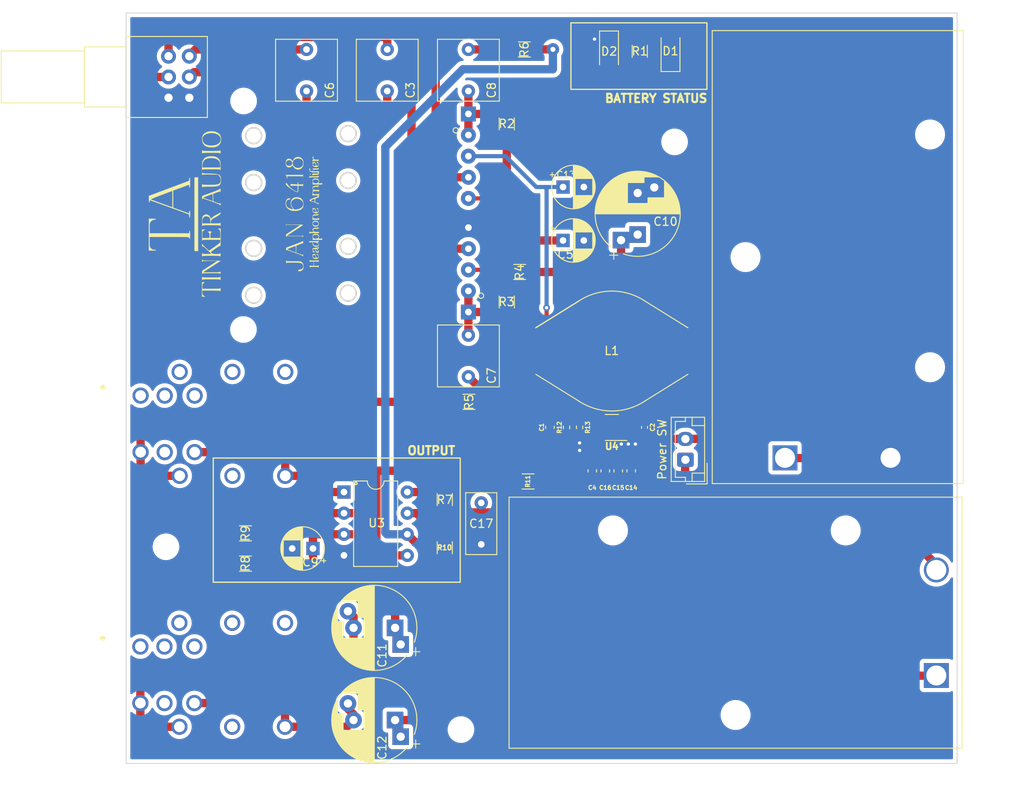
<source format=kicad_pcb>
(kicad_pcb (version 20211014) (generator pcbnew)
  (layers (0 "F.Cu" signal) (31 "B.Cu" signal) (34 "B.Paste" user) (35 "F.Paste" user) (36 "B.SilkS" user "B.Silkscreen") (37 "F.SilkS" user "F.Silkscreen") (38 "B.Mask" user) (39 "F.Mask" user) (44 "Edge.Cuts" user))
  (net 0 "")
  (net 1 "Net-(BT1-Pad1)")
  (net 2 "GND")
  (net 3 "Net-(BT1-Pad2)")
  (net 4 "Net-(C7-Pad1)")
  (net 5 "Net-(C8-Pad1)")
  (net 6 "+18V")
  (net 7 "/T_PWR")
  (net 8 "/PWR")
  (net 9 "/L_IN")
  (net 10 "/R_IN")
  (net 11 "/R_OUT")
  (net 12 "/L_OUT")
  (net 13 "/L_POT")
  (net 14 "/R_POT")
  (net 15 "/R_OPOUT")
  (net 16 "/L_OPOUT")
  (net 17 "/R_TOUT")
  (net 18 "/L_TOUT")
  (net 19 "/R_OPIN")
  (net 20 "/L_OPIN")
  (net 21 "/L_TIN")
  (net 22 "/R_TIN")
  (net 23 "Net-(D1-Pad2)")
  (net 24 "/PWR-")
  (net 25 "Net-(D2-Pad2)")
  (net 26 "+2.5V")
  (net 27 "Net-(C2-Pad1)")
  (net 28 "Net-(C2-Pad2)")
  (net 29 "Net-(R12-Pad2)")
  (net 30 "Net-(U1-Pad5)")
  (footprint "Battery:BatteryHolder_Eagle_12BH611-GR" (layer "F.Cu") (at 256.067904 124.572371)
    (fp_text reference "BT1" hide)
    (fp_text value "9v")
    (pad "" np_thru_hole circle locked (at -10.9 -17.45) (size 2.6 2.6) (drill 2.6) (layers *.Cu *.Mask))
    (pad "" np_thru_hole circle locked (at -38.9 -17.45) (size 2.6 2.6) (drill 2.6) (layers *.Cu *.Mask))
    (pad "" np_thru_hole circle locked (at -24.15 4.75) (size 2.6 2.6) (drill 2.6) (layers *.Cu *.Mask))
    (pad "1" thru_hole rect locked (at 0 0) (size 3 3) (drill 2.4) (layers *.Cu *.Mask) (net 1 "Net-(BT1-Pad1)"))
    (pad "2" thru_hole circle locked (at 0 -12.7) (size 3 3) (drill 2.4) (layers *.Cu *.Mask) (net 3 "Net-(BT1-Pad2)"))
  )
  (footprint "Resistor_SMD:R_1206_3216Metric_Pad1.30x1.75mm_HandSolder" (layer "F.Cu") (at 204.39 79.64 90)
    (fp_text reference "R3" (at 0.01 -0.025332 180) (layer "F.SilkS"))
    (fp_text value "180K")
    (pad "1" smd roundrect locked (at -1.55 0 90) (size 1.3 1.75) (layers "F.Cu" "F.Paste" "F.Mask") (roundrect_rratio 0.192308) (net 17 "/R_TOUT"))
    (pad "2" smd roundrect locked (at 1.55 0 90) (size 1.3 1.75) (layers "F.Cu" "F.Paste" "F.Mask") (roundrect_rratio 0.192308) (net 7 "/T_PWR"))
  )
  (footprint "Custom Library:ACJSMHD985" (layer "F.Cu") (at 160.34 90.90267 180)
    (fp_text reference "J1" hide)
    (fp_text value "Audio In" hide)
    (pad "R" thru_hole circle (at -11.05 -9.65 270) (size 1.95 1.95) (drill 1.3) (layers *.Cu *.Mask))
    (pad "R" thru_hole circle (at -11.05 2.85 180) (size 1.95 1.95) (drill 1.3) (layers *.Cu *.Mask))
    (pad "R" thru_hole circle (at -2.9 -6.8 180) (size 1.95 1.95) (drill 1.3) (layers *.Cu *.Mask))
    (pad "R" thru_hole circle (at -2.9 0 180) (size 1.95 1.95) (drill 1.3) (layers *.Cu *.Mask))
    (pad "S" thru_hole circle (at -4.7 2.85 180) (size 1.95 1.95) (drill 1.3) (layers *.Cu *.Mask) (net 10 "/R_IN"))
    (pad "S" thru_hole circle (at 0 0 180) (size 1.95 1.95) (drill 1.3) (layers *.Cu *.Mask) (net 10 "/R_IN"))
    (pad "S" thru_hole circle (at -4.7 -9.65 180) (size 1.95 1.95) (drill 1.3) (layers *.Cu *.Mask) (net 10 "/R_IN"))
    (pad "S" thru_hole circle (at 0 -6.8 180) (size 1.95 1.95) (drill 1.3) (layers *.Cu *.Mask) (net 10 "/R_IN"))
    (pad "T" thru_hole circle (at -6.5 0 180) (size 1.95 1.95) (drill 1.3) (layers *.Cu *.Mask) (net 9 "/L_IN"))
    (pad "T" thru_hole circle (at -6.5 -6.8 180) (size 1.95 1.95) (drill 1.3) (layers *.Cu *.Mask) (net 9 "/L_IN"))
    (pad "T" thru_hole circle (at -17.4 -9.65 180) (size 1.95 1.95) (drill 1.3) (layers *.Cu *.Mask) (net 9 "/L_IN"))
    (pad "T" thru_hole circle (at -17.4 2.85 180) (size 1.95 1.95) (drill 1.3) (layers *.Cu *.Mask) (net 9 "/L_IN"))
  )
  (footprint "Capacitor_SMD:C_0603_1608Metric_Pad1.08x0.95mm_HandSolder" (layer "F.Cu") (at 217.8 99.96 90)
    (fp_text reference "C15" (at -2.019562 0) (layer "F.SilkS") (effects (font (size 0.5 0.5) (thickness 0.125))))
    (fp_text value "1uf")
    (pad "1" smd roundrect locked (at -0.8625 0 90) (size 1.075 0.95) (layers "F.Cu" "F.Paste" "F.Mask") (net 6 "+18V"))
    (pad "2" smd roundrect locked (at 0.8625 0 90) (size 1.075 0.95) (layers "F.Cu" "F.Paste" "F.Mask") (net 2 "GND"))
  )
  (footprint "Resistor_SMD:R_1206_3216Metric_Pad1.30x1.75mm_HandSolder" (layer "F.Cu") (at 206.96 101.230332 180)
    (fp_text reference "R11" (at 0.04 0.01 90) (layer "F.SilkS") (effects (font (size 0.5 0.5) (thickness 0.125))))
    (fp_text value "10R")
    (pad "1" smd roundrect locked (at -1.55 0 180) (size 1.3 1.75) (layers "F.Cu" "F.Paste" "F.Mask") (roundrect_rratio 0.192308) (net 6 "+18V"))
    (pad "2" smd roundrect locked (at 1.55 0 180) (size 1.3 1.75) (layers "F.Cu" "F.Paste" "F.Mask") (roundrect_rratio 0.192308) (net 8 "/PWR"))
  )
  (footprint "MountingHole:MountingHole_2.2mm_M2" (layer "F.Cu") (at 163.39 109.09)
    (fp_text reference "REF**" hide)
    (fp_text value "MountingHole_2.2mm_M2")
    (pad "" np_thru_hole circle locked (at 0 0) (size 2.2 2.2) (drill 2.2) (layers *.Cu *.Mask))
  )
  (footprint "Capacitor_THT:CP_Radial_D5.0mm_P2.50mm" (layer "F.Cu") (at 211.161167 65.81)
    (fp_text reference "C13" (at 0.36782 -1.47) (layer "F.SilkS") (effects (font (size 0.8 0.8) (thickness 0.125))))
    (fp_text value "10uf")
    (pad "1" thru_hole rect locked (at 0 0) (size 1.6 1.6) (drill 0.8) (layers *.Cu *.Mask) (net 26 "+2.5V"))
    (pad "2" thru_hole circle locked (at 2.5 0) (size 1.6 1.6) (drill 0.8) (layers *.Cu *.Mask) (net 2 "GND"))
  )
  (footprint "Custom Library:Tinker LOGO 2mm" (layer "F.Cu") (at 165.68 69.05 90)
    (fp_text reference "G***" hide)
    (fp_text value "LOGO" hide)
  )
  (footprint "Capacitor_SMD:C_0603_1608Metric_Pad1.08x0.95mm_HandSolder" (layer "F.Cu") (at 209.583119 94.72 90)
    (fp_text reference "C1" (at 0.01 -0.993119 90) (layer "F.SilkS") (effects (font (size 0.5 0.5) (thickness 0.125))))
    (fp_text value "22uF")
    (pad "1" smd roundrect locked (at -0.8625 0 90) (size 1.075 0.95) (layers "F.Cu" "F.Paste" "F.Mask") (net 2 "GND"))
    (pad "2" smd roundrect locked (at 0.8625 0 90) (size 1.075 0.95) (layers "F.Cu" "F.Paste" "F.Mask") (net 26 "+2.5V"))
  )
  (footprint "Package_DIP:DIP-8_W7.62mm" (layer "F.Cu") (at 184.805 102.505)
    (fp_text reference "U3" (at 3.935 3.725) (layer "F.SilkS"))
    (fp_text value "OPA2134")
    (pad "1" thru_hole rect locked (at 0 0) (size 1.6 1.6) (drill 0.8) (layers *.Cu *.Mask) (net 15 "/R_OPOUT"))
    (pad "2" thru_hole oval locked (at 0 2.54) (size 1.6 1.6) (drill 0.8) (layers *.Cu *.Mask) (net 19 "/R_OPIN"))
    (pad "3" thru_hole oval locked (at 0 5.08) (size 1.6 1.6) (drill 0.8) (layers *.Cu *.Mask) (net 24 "/PWR-"))
    (pad "4" thru_hole oval locked (at 0 7.62) (size 1.6 1.6) (drill 0.8) (layers *.Cu *.Mask) (net 2 "GND"))
    (pad "5" thru_hole oval locked (at 7.62 7.62) (size 1.6 1.6) (drill 0.8) (layers *.Cu *.Mask) (net 24 "/PWR-"))
    (pad "6" thru_hole oval locked (at 7.62 5.08) (size 1.6 1.6) (drill 0.8) (layers *.Cu *.Mask) (net 20 "/L_OPIN"))
    (pad "7" thru_hole oval locked (at 7.62 2.54) (size 1.6 1.6) (drill 0.8) (layers *.Cu *.Mask) (net 16 "/L_OPOUT"))
    (pad "8" thru_hole oval locked (at 7.62 0) (size 1.6 1.6) (drill 0.8) (layers *.Cu *.Mask) (net 8 "/PWR"))
  )
  (footprint "Valve:Valve_Mini_Pentode_Linear" (layer "F.Cu") (at 199.775112 80.85 90)
    (fp_text reference "U2" hide)
    (fp_text value "JAN6418")
    (pad "1" thru_hole rect (at 0 0 90) (size 1.8 1.8) (drill 0.8) (layers *.Cu *.Mask) (net 17 "/R_TOUT"))
    (pad "2" thru_hole circle (at 2.54 0 90) (size 1.8 1.8) (drill 0.8) (layers *.Cu *.Mask) (net 17 "/R_TOUT"))
    (pad "3" thru_hole circle (at 5.08 0 90) (size 1.8 1.8) (drill 0.8) (layers *.Cu *.Mask) (net 30 "Net-(U1-Pad5)"))
    (pad "4" thru_hole circle (at 7.62 0 90) (size 1.8 1.8) (drill 0.8) (layers *.Cu *.Mask) (net 22 "/R_TIN"))
    (pad "5" thru_hole circle (at 10.16 0 90) (size 1.8 1.8) (drill 0.8) (layers *.Cu *.Mask) (net 2 "GND"))
  )
  (footprint "Capacitor_THT:CP_Radial_D5.0mm_P2.50mm" (layer "F.Cu") (at 211.161167 72.24)
    (fp_text reference "C5" (at 0.295112 1.68 180) (layer "F.SilkS"))
    (fp_text value "10uf")
    (pad "1" thru_hole rect locked (at 0 0) (size 1.6 1.6) (drill 0.8) (layers *.Cu *.Mask) (net 7 "/T_PWR"))
    (pad "2" thru_hole circle locked (at 2.5 0) (size 1.6 1.6) (drill 0.8) (layers *.Cu *.Mask) (net 2 "GND"))
  )
  (footprint "Potentiometer_THT:Potentiometer_Alps_RK097_Dual_Horizontal" (layer "F.Cu") (at 163.7 50.07 180)
    (fp_text reference "RV1" hide)
    (fp_text value "R_T")
    (pad "1" thru_hole circle locked (at 0 0 180) (size 1.8 1.8) (drill 1) (layers *.Cu *.Mask) (net 13 "/L_POT"))
    (pad "2" thru_hole circle locked (at 0 -2.5 180) (size 1.8 1.8) (drill 1) (layers *.Cu *.Mask) (net 21 "/L_TIN"))
    (pad "3" thru_hole circle locked (at 0 -5 180) (size 1.8 1.8) (drill 1) (layers *.Cu *.Mask) (net 2 "GND"))
    (pad "4" thru_hole circle locked (at -2.5 0 180) (size 1.8 1.8) (drill 1) (layers *.Cu *.Mask) (net 14 "/R_POT"))
    (pad "5" thru_hole circle locked (at -2.5 -2.5 180) (size 1.8 1.8) (drill 1) (layers *.Cu *.Mask) (net 22 "/R_TIN"))
    (pad "6" thru_hole circle locked (at -2.5 -5 180) (size 1.8 1.8) (drill 1) (layers *.Cu *.Mask) (net 2 "GND"))
  )
  (footprint "Custom Library:Jan 6418 Silk" (layer "F.Cu") (at 179.44 68.883764 90)
    (fp_text reference "G***" hide)
    (fp_text value "LOGO" hide)
  )
  (footprint "Capacitor_THT:CP_Radial_D10.0mm_P5.00mm_P7.50mm" (layer "F.Cu") (at 220.137362 71.530591 90)
    (fp_text reference "C10" (at 1.562677 3.35 180) (layer "F.SilkS"))
    (fp_text value "220uf")
    (pad "1" thru_hole rect locked (at 0 0 90) (size 2 2) (drill 1) (layers *.Cu *.Mask) (net 8 "/PWR"))
    (pad "1" thru_hole rect locked (at -0.672144 -2 90) (size 2 2) (drill 1) (layers *.Cu *.Mask) (net 8 "/PWR"))
    (pad "2" thru_hole circle locked (at 5.672144 2 90) (size 2 2) (drill 1) (layers *.Cu *.Mask) (net 2 "GND"))
    (pad "2" thru_hole circle locked (at 5 0 90) (size 2 2) (drill 1) (layers *.Cu *.Mask) (net 2 "GND"))
  )
  (footprint "Resistor_SMD:R_1206_3216Metric_Pad1.30x1.75mm_HandSolder" (layer "F.Cu") (at 196.932449 109.205 90)
    (fp_text reference "R10" (at 0.015 -0.025018 180) (layer "F.SilkS") (effects (font (size 0.6 0.6))))
    (fp_text value "1M")
    (pad "1" smd roundrect locked (at -1.55 0 90) (size 1.3 1.75) (layers "F.Cu" "F.Paste" "F.Mask") (roundrect_rratio 0.192308) (net 20 "/L_OPIN"))
    (pad "2" smd roundrect locked (at 1.55 0 90) (size 1.3 1.75) (layers "F.Cu" "F.Paste" "F.Mask") (roundrect_rratio 0.192308) (net 16 "/L_OPOUT"))
  )
  (footprint "Capacitor_SMD:C_0603_1608Metric_Pad1.08x0.95mm_HandSolder" (layer "F.Cu") (at 219.360198 99.96 90)
    (fp_text reference "C14" (at -2.019562 0) (layer "F.SilkS") (effects (font (size 0.5 0.5) (thickness 0.125))))
    (fp_text value "1uf")
    (pad "1" smd roundrect locked (at -0.8625 0 90) (size 1.075 0.95) (layers "F.Cu" "F.Paste" "F.Mask") (net 6 "+18V"))
    (pad "2" smd roundrect locked (at 0.8625 0 90) (size 1.075 0.95) (layers "F.Cu" "F.Paste" "F.Mask") (net 2 "GND"))
  )
  (footprint "Capacitor_THT:CP_Radial_D10.0mm_P5.00mm_P7.50mm" (layer "F.Cu") (at 190.955545 129.938024 180)
    (fp_text reference "C12" (at 1.555545 -3.321976 270) (layer "F.SilkS"))
    (fp_text value "220uF")
    (pad "1" thru_hole rect locked (at -0.672144 -2 180) (size 2 2) (drill 1) (layers *.Cu *.Mask) (net 16 "/L_OPOUT"))
    (pad "1" thru_hole rect locked (at 0 0 180) (size 2 2) (drill 1) (layers *.Cu *.Mask) (net 16 "/L_OPOUT"))
    (pad "2" thru_hole circle locked (at 5.672144 2 180) (size 2 2) (drill 1) (layers *.Cu *.Mask) (net 12 "/L_OUT"))
    (pad "2" thru_hole circle locked (at 5 0 180) (size 2 2) (drill 1) (layers *.Cu *.Mask) (net 12 "/L_OUT"))
  )
  (footprint "Capacitor_THT:CP_Radial_D10.0mm_P5.00mm_P7.50mm" (layer "F.Cu") (at 190.955545 118.841976 180)
    (fp_text reference "C11" (at 1.555545 -3.321976 90) (layer "F.SilkS"))
    (fp_text value "220uF")
    (pad "1" thru_hole rect locked (at 0 0 180) (size 2 2) (drill 1) (layers *.Cu *.Mask) (net 15 "/R_OPOUT"))
    (pad "1" thru_hole rect locked (at -0.672144 -2 180) (size 2 2) (drill 1) (layers *.Cu *.Mask) (net 15 "/R_OPOUT"))
    (pad "2" thru_hole circle locked (at 5 0 180) (size 2 2) (drill 1) (layers *.Cu *.Mask) (net 11 "/R_OUT"))
    (pad "2" thru_hole circle locked (at 5.672144 2 180) (size 2 2) (drill 1) (layers *.Cu *.Mask) (net 11 "/R_OUT"))
  )
  (footprint "Custom Library:IND_MSS1210-153MEB" (layer "F.Cu") (at 217.03 85.54 90)
    (fp_text reference "REF**" hide)
    (fp_text value "IND_MSS1210-153MEB")
    (pad "1" smd rect (at 0 -4.75 90) (size 5.5 3) (layers "F.Cu" "F.Paste" "F.Mask") (net 26 "+2.5V"))
    (pad "2" smd rect (at 0 4.75 90) (size 5.5 3) (layers "F.Cu" "F.Paste" "F.Mask") (net 27 "Net-(C2-Pad1)"))
  )
  (footprint "MountingHole:MountingHole_2.2mm_M2" (layer "F.Cu") (at 224.58 60.38)
    (fp_text reference "REF**" hide)
    (fp_text value "MountingHole_2.2mm_M2")
    (pad "" np_thru_hole circle locked (at 0 0) (size 2.2 2.2) (drill 2.2) (layers *.Cu *.Mask))
  )
  (footprint "Resistor_SMD:R_1206_3216Metric_Pad1.30x1.75mm_HandSolder" (layer "F.Cu") (at 204.39 58.21 -90)
    (fp_text reference "R2" (at -0.01 0.010012 180) (layer "F.SilkS"))
    (fp_text value "180K")
    (pad "1" smd roundrect locked (at -1.55 0 270) (size 1.3 1.75) (layers "F.Cu" "F.Paste" "F.Mask") (roundrect_rratio 0.192308) (net 18 "/L_TOUT"))
    (pad "2" smd roundrect locked (at 1.55 0 270) (size 1.3 1.75) (layers "F.Cu" "F.Paste" "F.Mask") (roundrect_rratio 0.192308) (net 7 "/T_PWR"))
  )
  (footprint "MountingHole:MountingHole_2.2mm_M2" (layer "F.Cu") (at 172.71 82.95)
    (fp_text reference "REF**" hide)
    (fp_text value "MountingHole_2.2mm_M2")
    (pad "" np_thru_hole circle locked (at 0 0) (size 2.2 2.2) (drill 2.2) (layers *.Cu *.Mask))
  )
  (footprint "Capacitor_THT:CP_Radial_D5.0mm_P2.50mm" (layer "F.Cu") (at 181.075113 109.296335 180)
    (fp_text reference "C9" (at 0.305113 -1.643665) (layer "F.SilkS"))
    (fp_text value "10uf")
    (pad "1" thru_hole rect locked (at 0 0 180) (size 1.6 1.6) (drill 0.8) (layers *.Cu *.Mask) (net 24 "/PWR-"))
    (pad "2" thru_hole circle locked (at 2.5 0 180) (size 1.6 1.6) (drill 0.8) (layers *.Cu *.Mask) (net 2 "GND"))
  )
  (footprint "LED_SMD:LED_1206_3216Metric_Pad1.42x1.75mm_HandSolder" (layer "F.Cu") (at 216.69 49.5025 -90)
    (fp_text reference "D2" (at -0.0125 -0.011543 180) (layer "F.SilkS"))
    (fp_text value "LED")
    (pad "1" smd roundrect locked (at -1.4875 0 270) (size 1.425 1.75) (layers "F.Cu" "F.Paste" "F.Mask") (roundrect_rratio 0.175439) (net 2 "GND"))
    (pad "2" smd roundrect locked (at 1.4875 0 270) (size 1.425 1.75) (layers "F.Cu" "F.Paste" "F.Mask") (roundrect_rratio 0.175439) (net 25 "Net-(D2-Pad2)"))
  )
  (footprint "Diode_SMD:D_1206_3216Metric_Pad1.42x1.75mm_HandSolder" (layer "F.Cu") (at 224.09 49.4575 90)
    (fp_text reference "D1" (at 0.0075 0 180) (layer "F.SilkS"))
    (fp_text value "18v")
    (pad "1" smd roundrect locked (at -1.4875 0 90) (size 1.425 1.75) (layers "F.Cu" "F.Paste" "F.Mask") (roundrect_rratio 0.175439) (net 6 "+18V"))
    (pad "2" smd roundrect locked (at 1.4875 0 90) (size 1.425 1.75) (layers "F.Cu" "F.Paste" "F.Mask") (roundrect_rratio 0.175439) (net 23 "Net-(D1-Pad2)"))
  )
  (footprint "Resistor_SMD:R_1206_3216Metric_Pad1.30x1.75mm_HandSolder" (layer "F.Cu") (at 199.84 91.65 180)
    (fp_text reference "R5" (at -0.015112 -0.051579 90) (layer "F.SilkS"))
    (fp_text value "1M")
    (pad "1" smd roundrect locked (at -1.55 0 180) (size 1.3 1.75) (layers "F.Cu" "F.Paste" "F.Mask") (roundrect_rratio 0.192308) (net 4 "Net-(C7-Pad1)"))
    (pad "2" smd roundrect locked (at 1.55 0 180) (size 1.3 1.75) (layers "F.Cu" "F.Paste" "F.Mask") (roundrect_rratio 0.192308) (net 19 "/R_OPIN"))
  )
  (footprint "Resistor_SMD:R_1206_3216Metric_Pad1.30x1.75mm_HandSolder" (layer "F.Cu") (at 172.96 107.476335 180)
    (fp_text reference "R9" (at 0 -0.003389 90) (layer "F.SilkS"))
    (fp_text value "1M")
    (pad "1" smd roundrect locked (at -1.55 0 180) (size 1.3 1.75) (layers "F.Cu" "F.Paste" "F.Mask") (roundrect_rratio 0.192308) (net 19 "/R_OPIN"))
    (pad "2" smd roundrect locked (at 1.55 0 180) (size 1.3 1.75) (layers "F.Cu" "F.Paste" "F.Mask") (roundrect_rratio 0.192308) (net 15 "/R_OPOUT"))
  )
  (footprint "Resistor_SMD:R_1206_3216Metric_Pad1.30x1.75mm_HandSolder" (layer "F.Cu") (at 206.505112 49.26)
    (fp_text reference "R6" (at -0.005112 0.02 90) (layer "F.SilkS"))
    (fp_text value "1M")
    (pad "1" smd roundrect locked (at -1.55 0) (size 1.3 1.75) (layers "F.Cu" "F.Paste" "F.Mask") (roundrect_rratio 0.192308) (net 5 "Net-(C8-Pad1)"))
    (pad "2" smd roundrect locked (at 1.55 0) (size 1.3 1.75) (layers "F.Cu" "F.Paste" "F.Mask") (roundrect_rratio 0.192308) (net 20 "/L_OPIN"))
  )
  (footprint "Capacitor_SMD:C_0402_1005Metric_Pad0.74x0.62mm_HandSolder" (layer "F.Cu") (at 220.964485 94.726129 -90)
    (fp_text reference "C2" (at -0.01 -0.965515 -270) (layer "F.SilkS") (effects (font (size 0.5 0.5) (thickness 0.125))))
    (fp_text value "100nF")
    (pad "1" smd roundrect locked (at -0.5675 0 270) (size 0.735 0.62) (layers "F.Cu" "F.Paste" "F.Mask") (net 27 "Net-(C2-Pad1)"))
    (pad "2" smd roundrect locked (at 0.5675 0 270) (size 0.735 0.62) (layers "F.Cu" "F.Paste" "F.Mask") (net 28 "Net-(C2-Pad2)"))
  )
  (footprint "Resistor_SMD:R_1206_3216Metric_Pad1.30x1.75mm_HandSolder" (layer "F.Cu") (at 220.39 49.48 90)
    (fp_text reference "R1" (at 0.01 0 180) (layer "F.SilkS"))
    (fp_text value "1M")
    (pad "1" smd roundrect locked (at -1.55 0 90) (size 1.3 1.75) (layers "F.Cu" "F.Paste" "F.Mask") (roundrect_rratio 0.192308) (net 25 "Net-(D2-Pad2)"))
    (pad "2" smd roundrect locked (at 1.55 0 90) (size 1.3 1.75) (layers "F.Cu" "F.Paste" "F.Mask") (roundrect_rratio 0.192308) (net 23 "Net-(D1-Pad2)"))
  )
  (footprint "Inductor_SMD:L_Bourns_SDR1806" (layer "F.Cu") (at 217.03 85.54)
    (fp_text reference "L1" (at -0.01 -0.03) (layer "F.SilkS"))
    (fp_text value "22uH")
    (pad "1" smd rect locked (at -7.85 0) (size 3 2.9) (layers "F.Cu" "F.Paste" "F.Mask") (net 26 "+2.5V"))
    (pad "2" smd rect locked (at 7.85 0 180) (size 3 2.9) (layers "F.Cu" "F.Paste" "F.Mask") (net 27 "Net-(C2-Pad1)"))
  )
  (footprint "MountingHole:MountingHole_2.2mm_M2" (layer "F.Cu") (at 172.73 55.46)
    (fp_text reference "REF**" hide)
    (fp_text value "MountingHole_2.2mm_M2")
    (pad "" np_thru_hole circle locked (at 0 0) (size 2.2 2.2) (drill 2.2) (layers *.Cu *.Mask))
  )
  (footprint "Capacitor_THT:C_Rect_L7.2mm_W3.5mm_P5.00mm_FKS2_FKP2_MKS2_MKP2" (layer "F.Cu") (at 201.32 108.805 90)
    (fp_text reference "C17" (at 2.5 -0.000699 180) (layer "F.SilkS"))
    (fp_text value "0.1uF")
    (pad "1" thru_hole circle locked (at 0 0 90) (size 1.6 1.6) (drill 0.8) (layers *.Cu *.Mask) (net 2 "GND"))
    (pad "2" thru_hole circle locked (at 5 0 90) (size 1.6 1.6) (drill 0.8) (layers *.Cu *.Mask) (net 8 "/PWR"))
  )
  (footprint "Package_TO_SOT_SMD:SOT-23-6" (layer "F.Cu") (at 217.03 94.736129 180)
    (fp_text reference "U4" (at 0 -2.27) (layer "F.SilkS") (effects (font (size 0.8 0.8) (thickness 0.2))))
    (fp_text value "LMR16006YQ")
    (pad "1" smd roundrect locked (at -1.1375 -0.95 180) (size 1.325 0.6) (layers "F.Cu" "F.Paste" "F.Mask") (net 2 "GND"))
    (pad "2" smd roundrect locked (at -1.1375 0 180) (size 1.325 0.6) (layers "F.Cu" "F.Paste" "F.Mask") (net 27 "Net-(C2-Pad1)"))
    (pad "3" smd roundrect locked (at -1.1375 0.95 180) (size 1.325 0.6) (layers "F.Cu" "F.Paste" "F.Mask") (net 6 "+18V"))
    (pad "4" smd roundrect locked (at 1.1375 0.95 180) (size 1.325 0.6) (layers "F.Cu" "F.Paste" "F.Mask") (net 29 "Net-(R12-Pad2)"))
    (pad "5" smd roundrect locked (at 1.1375 0 180) (size 1.325 0.6) (layers "F.Cu" "F.Paste" "F.Mask") (net 6 "+18V"))
    (pad "6" smd roundrect locked (at 1.1375 -0.95 180) (size 1.325 0.6) (layers "F.Cu" "F.Paste" "F.Mask") (net 28 "Net-(C2-Pad2)"))
  )
  (footprint "Resistor_SMD:R_0402_1005Metric_Pad0.72x0.64mm_HandSolder" (layer "F.Cu") (at 213.15215 94.726129 -90)
    (fp_text reference "R13" (at 0.01 -0.974338 90) (layer "F.SilkS") (effects (font (size 0.5 0.5) (thickness 0.125))))
    (fp_text value "22.1K")
    (pad "1" smd roundrect locked (at -0.5975 0 270) (size 0.715 0.64) (layers "F.Cu" "F.Paste" "F.Mask") (net 29 "Net-(R12-Pad2)"))
    (pad "2" smd roundrect locked (at 0.5975 0 270) (size 0.715 0.64) (layers "F.Cu" "F.Paste" "F.Mask") (net 2 "GND"))
  )
  (footprint "Valve:Valve_Mini_Pentode_Linear" (layer "F.Cu") (at 199.775112 57.017741 -90)
    (fp_text reference "U1" hide)
    (fp_text value "JAN6418")
    (pad "1" thru_hole rect (at 0 0 270) (size 1.8 1.8) (drill 0.8) (layers *.Cu *.Mask) (net 18 "/L_TOUT"))
    (pad "2" thru_hole circle (at 2.54 0 270) (size 1.8 1.8) (drill 0.8) (layers *.Cu *.Mask) (net 18 "/L_TOUT"))
    (pad "3" thru_hole circle (at 5.08 0 270) (size 1.8 1.8) (drill 0.8) (layers *.Cu *.Mask) (net 26 "+2.5V"))
    (pad "4" thru_hole circle (at 7.62 0 270) (size 1.8 1.8) (drill 0.8) (layers *.Cu *.Mask) (net 21 "/L_TIN"))
    (pad "5" thru_hole circle (at 10.16 0 270) (size 1.8 1.8) (drill 0.8) (layers *.Cu *.Mask) (net 30 "Net-(U1-Pad5)"))
  )
  (footprint "Resistor_SMD:R_0402_1005Metric_Pad0.72x0.64mm_HandSolder" (layer "F.Cu") (at 211.58215 94.726129 90)
    (fp_text reference "R12" (at -0.01 -0.859462 90) (layer "F.SilkS") (effects (font (size 0.5 0.5) (thickness 0.125))))
    (fp_text value "69.8K")
    (pad "1" smd roundrect locked (at -0.5975 0 90) (size 0.715 0.64) (layers "F.Cu" "F.Paste" "F.Mask") (net 26 "+2.5V"))
    (pad "2" smd roundrect locked (at 0.5975 0 90) (size 0.715 0.64) (layers "F.Cu" "F.Paste" "F.Mask") (net 29 "Net-(R12-Pad2)"))
  )
  (footprint "Connector_JST:JST_EH_B2B-EH-A_1x02_P2.50mm_Vertical" (layer "F.Cu") (at 225.88 98.62 90)
    (fp_text reference "Power SW" (at 1.25 -2.8 90) (layer "F.SilkS"))
    (fp_text value "ON")
    (pad "1" thru_hole roundrect locked (at 0 0 90) (size 1.7 2) (drill 1) (layers *.Cu *.Mask) (roundrect_rratio 0.147059) (net 1 "Net-(BT1-Pad1)"))
    (pad "2" thru_hole oval locked (at 2.5 0 90) (size 1.7 2) (drill 1) (layers *.Cu *.Mask) (net 6 "+18V"))
  )
  (footprint "Resistor_SMD:R_1206_3216Metric_Pad1.30x1.75mm_HandSolder" (layer "F.Cu") (at 205.95 76.03 180)
    (fp_text reference "R4" (at 0.01 -0.025332 90) (layer "F.SilkS"))
    (fp_text value "6K8")
    (pad "1" smd roundrect locked (at -1.55 0 180) (size 1.3 1.75) (layers "F.Cu" "F.Paste" "F.Mask") (roundrect_rratio 0.192308) (net 8 "/PWR"))
    (pad "2" smd roundrect locked (at 1.55 0 180) (size 1.3 1.75) (layers "F.Cu" "F.Paste" "F.Mask") (roundrect_rratio 0.192308) (net 7 "/T_PWR"))
  )
  (footprint "Capacitor_SMD:C_0603_1608Metric_Pad1.08x0.95mm_HandSolder" (layer "F.Cu") (at 216.239803 99.96 90)
    (fp_text reference "C16" (at -2.019562 0.01) (layer "F.SilkS") (effects (font (size 0.5 0.5) (thickness 0.125))))
    (fp_text value "1uf")
    (pad "1" smd roundrect locked (at -0.8625 0 90) (size 1.075 0.95) (layers "F.Cu" "F.Paste" "F.Mask") (net 6 "+18V"))
    (pad "2" smd roundrect locked (at 0.8625 0 90) (size 1.075 0.95) (layers "F.Cu" "F.Paste" "F.Mask") (net 2 "GND"))
  )
  (footprint "Capacitor_THT:C_Rect_L7.2mm_W7.2mm_P5.00mm_FKS2_FKP2_MKS2_MKP2" (layer "F.Cu") (at 199.775112 49.259315 -90)
    (fp_text reference "C8" (at 4.900685 -2.784888 90) (layer "F.SilkS"))
    (fp_text value "0.1uF")
    (pad "1" thru_hole circle locked (at 0 0 270) (size 1.6 1.6) (drill 0.8) (layers *.Cu *.Mask) (net 5 "Net-(C8-Pad1)"))
    (pad "2" thru_hole circle locked (at 5 0 270) (size 1.6 1.6) (drill 0.8) (layers *.Cu *.Mask) (net 18 "/L_TOUT"))
  )
  (footprint "Capacitor_THT:C_Rect_L7.2mm_W7.2mm_P5.00mm_FKS2_FKP2_MKS2_MKP2" (layer "F.Cu") (at 199.775112 88.630454 90)
    (fp_text reference "C7" (at 0.130454 2.784888 90) (layer "F.SilkS"))
    (fp_text value "0.1uF")
    (pad "1" thru_hole circle locked (at 0 0 90) (size 1.6 1.6) (drill 0.8) (layers *.Cu *.Mask) (net 4 "Net-(C7-Pad1)"))
    (pad "2" thru_hole circle locked (at 5 0 90) (size 1.6 1.6) (drill 0.8) (layers *.Cu *.Mask) (net 17 "/R_TOUT"))
  )
  (footprint "Resistor_SMD:R_1206_3216Metric_Pad1.30x1.75mm_HandSolder" (layer "F.Cu") (at 196.932449 103.405 -90)
    (fp_text reference "R7" (at 0.025 -0.002913 180) (layer "F.SilkS"))
    (fp_text value "1M")
    (pad "1" smd roundrect locked (at -1.55 0 270) (size 1.3 1.75) (layers "F.Cu" "F.Paste" "F.Mask") (roundrect_rratio 0.192308) (net 24 "/PWR-"))
    (pad "2" smd roundrect locked (at 1.55 0 270) (size 1.3 1.75) (layers "F.Cu" "F.Paste" "F.Mask") (roundrect_rratio 0.192308) (net 8 "/PWR"))
  )
  (footprint "Capacitor_SMD:C_0603_1608Metric_Pad1.08x0.95mm_HandSolder" (layer "F.Cu") (at 214.679606 99.96 90)
    (fp_text reference "C4" (at -2.019562 0) (layer "F.SilkS") (effects (font (size 0.5 0.5) (thickness 0.125))))
    (fp_text value "100nf")
    (pad "1" smd roundrect locked (at -0.8625 0 90) (size 1.075 0.95) (layers "F.Cu" "F.Paste" "F.Mask") (net 6 "+18V"))
    (pad "2" smd roundrect locked (at 0.8625 0 90) (size 1.075 0.95) (layers "F.Cu" "F.Paste" "F.Mask") (net 2 "GND"))
  )
  (footprint "MountingHole:MountingHole_2.2mm_M2" (layer "F.Cu") (at 198.88 131.08)
    (fp_text reference "REF**" hide)
    (fp_text value "MountingHole_2.2mm_M2")
    (pad "" np_thru_hole circle locked (at 0 0) (size 2.2 2.2) (drill 2.2) (layers *.Cu *.Mask))
  )
  (footprint "Custom Library:ACJSMHD985" (layer "F.Cu") (at 160.31 121.09 180)
    (fp_text reference "J2" hide)
    (fp_text value "Audio Out" hide)
    (pad "R" thru_hole circle locked (at -2.9 -6.8 180) (size 1.95 1.95) (drill 1.3) (layers *.Cu *.Mask))
    (pad "R" thru_hole circle locked (at -2.9 0 180) (size 1.95 1.95) (drill 1.3) (layers *.Cu *.Mask))
    (pad "R" thru_hole circle locked (at -11.05 -9.65 270) (size 1.95 1.95) (drill 1.3) (layers *.Cu *.Mask))
    (pad "R" thru_hole circle locked (at -11.05 2.85 180) (size 1.95 1.95) (drill 1.3) (layers *.Cu *.Mask))
    (pad "S" thru_hole circle locked (at -4.7 -9.65 180) (size 1.95 1.95) (drill 1.3) (layers *.Cu *.Mask) (net 11 "/R_OUT"))
    (pad "S" thru_hole circle locked (at 0 -6.8 180) (size 1.95 1.95) (drill 1.3) (layers *.Cu *.Mask) (net 11 "/R_OUT"))
    (pad "S" thru_hole circle locked (at 0 0 180) (size 1.95 1.95) (drill 1.3) (layers *.Cu *.Mask) (net 11 "/R_OUT"))
    (pad "S" thru_hole circle locked (at -4.7 2.85 180) (size 1.95 1.95) (drill 1.3) (layers *.Cu *.Mask) (net 11 "/R_OUT"))
    (pad "T" thru_hole circle locked (at -6.5 0 180) (size 1.95 1.95) (drill 1.3) (layers *.Cu *.Mask) (net 12 "/L_OUT"))
    (pad "T" thru_hole circle locked (at -17.4 2.85 180) (size 1.95 1.95) (drill 1.3) (layers *.Cu *.Mask) (net 12 "/L_OUT"))
    (pad "T" thru_hole circle locked (at -6.5 -6.8 180) (size 1.95 1.95) (drill 1.3) (layers *.Cu *.Mask) (net 12 "/L_OUT"))
    (pad "T" thru_hole circle locked (at -17.4 -9.65 180) (size 1.95 1.95) (drill 1.3) (layers *.Cu *.Mask) (net 12 "/L_OUT"))
  )
  (footprint "Capacitor_THT:C_Rect_L7.2mm_W7.2mm_P5.00mm_FKS2_FKP2_MKS2_MKP2" (layer "F.Cu") (at 180.3 49.259315 -90)
    (fp_text reference "C6" (at 4.900685 -2.784888 90) (layer "F.SilkS"))
    (fp_text value "0.1uF")
    (pad "1" thru_hole circle locked (at 0 0 270) (size 1.6 1.6) (drill 0.8) (layers *.Cu *.Mask) (net 14 "/R_POT"))
    (pad "2" thru_hole circle locked (at 5 0 270) (size 1.6 1.6) (drill 0.8) (layers *.Cu *.Mask) (net 10 "/R_IN"))
  )
  (footprint "Battery:BatteryHolder_Eagle_12BH611-GR" (layer "F.Cu") (at 237.861456 98.39 -90)
    (fp_text reference "BT2" hide)
    (fp_text value "9v")
    (pad "" np_thru_hole circle locked (at -38.9 -17.45 270) (size 2.6 2.6) (drill 2.6) (layers *.Cu *.Mask))
    (pad "" np_thru_hole circle locked (at -24.15 4.75 270) (size 2.6 2.6) (drill 2.6) (layers *.Cu *.Mask))
    (pad "" np_thru_hole circle locked (at -10.9 -17.45 270) (size 2.6 2.6) (drill 2.6) (layers *.Cu *.Mask))
    (pad "1" thru_hole rect locked (at 0 0 270) (size 3 3) (drill 2.4) (layers *.Cu *.Mask) (net 3 "Net-(BT1-Pad2)"))
    (pad "2" thru_hole circle locked (at 0 -12.7 270) (size 3 3) (drill 2.4) (layers *.Cu *.Mask) (net 2 "GND"))
  )
  (footprint "Resistor_SMD:R_1206_3216Metric_Pad1.30x1.75mm_HandSolder" (layer "F.Cu") (at 172.96 111.116335 180)
    (fp_text reference "R8" (at 0 -0.003389 90) (layer "F.SilkS"))
    (fp_text value "1M")
    (pad "1" smd roundrect locked (at -1.55 0 180) (size 1.3 1.75) (layers "F.Cu" "F.Paste" "F.Mask") (roundrect_rratio 0.192308) (net 24 "/PWR-"))
    (pad "2" smd roundrect locked (at 1.55 0 180) (size 1.3 1.75) (layers "F.Cu" "F.Paste" "F.Mask") (roundrect_rratio 0.192308) (net 2 "GND"))
  )
  (footprint "Capacitor_THT:C_Rect_L7.2mm_W7.2mm_P5.00mm_FKS2_FKP2_MKS2_MKP2" (layer "F.Cu") (at 190.01 49.259315 -90)
    (fp_text reference "C3" (at 4.900685 -2.784888 90) (layer "F.SilkS"))
    (fp_text value "0.1uF")
    (pad "1" thru_hole circle locked (at 0 0 270) (size 1.6 1.6) (drill 0.8) (layers *.Cu *.Mask) (net 13 "/L_POT"))
    (pad "2" thru_hole circle locked (at 5 0 270) (size 1.6 1.6) (drill 0.8) (layers *.Cu *.Mask) (net 9 "/L_IN"))
  )
  (gr_circle (center 186.247889 101.46) (end 186.307889 101.5) (layer "F.SilkS") (width 0.15) (fill none))
  (gr_rect (start 198.79 113.35) (end 169.08 98.41) (layer "F.SilkS") (width 0.15) (fill none))
  (gr_rect (start 212.11 46.06) (end 228.47 54.06) (layer "F.SilkS") (width 0.15) (fill none))
  (gr_circle (center 185.314123 65.02) (end 186.27 65.02) (layer "Edge.Cuts") (width 0.2) (fill none))
  (gr_circle (center 173.944123 59.63) (end 174.9 59.63) (layer "Edge.Cuts") (width 0.2) (fill none))
  (gr_circle (center 185.314123 72.94) (end 186.27 72.94) (layer "Edge.Cuts") (width 0.2) (fill none))
  (gr_circle (center 173.944123 65.27) (end 174.9 65.27) (layer "Edge.Cuts") (width 0.2) (fill none))
  (gr_circle (center 185.314123 59.38) (end 186.27 59.38) (layer "Edge.Cuts") (width 0.2) (fill none))
  (gr_circle (center 173.944123 78.83) (end 174.9 78.83) (layer "Edge.Cuts") (width 0.2) (fill none))
  (gr_circle (center 185.314123 78.58) (end 186.27 78.58) (layer "Edge.Cuts") (width 0.2) (fill none))
  (gr_rect (start 258.57 135.15) (end 158.6 44.87) (layer "Edge.Cuts") (width 0.1) (fill none))
  (gr_circle (center 173.944123 73.19) (end 174.9 73.19) (layer "Edge.Cuts") (width 0.2) (fill none))
  (gr_text "BATTERY STATUS\n" (at 222.36 55.14) (layer "F.SilkS") (effects (font (size 1 1) (thickness 0.25))))
  (gr_text "OUTPUT" (at 195.31 97.52) (layer "F.SilkS") (effects (font (size 1 1) (thickness 0.25))))
  (segment (start 256.71 124.6) (end 226.27 124.6) (width 1) (layer "F.Cu") (net 1))
  (segment (start 225.85 124.18) (end 225.85 98.79) (width 1) (layer "F.Cu") (net 1))
  (segment (start 226.27 124.6) (end 225.85 124.18) (width 1) (layer "F.Cu") (net 1))
  (segment (start 218.168175 96.729129) (end 218.997 96.729129) (width 0.5) (layer "F.Cu") (net 2))
  (segment (start 214.679606 99.0975) (end 214.571765 99.0975) (width 0.5) (layer "F.Cu") (net 2))
  (segment (start 171.41 109.51) (end 171.623665 109.296335) (width 1) (layer "F.Cu") (net 2))
  (segment (start 171.41 111.116335) (end 171.41 109.51) (width 1) (layer "F.Cu") (net 2))
  (segment (start 171.623665 109.296335) (end 178.575113 109.296335) (width 1) (layer "F.Cu") (net 2))
  (segment (start 211.498469 97.49785) (end 213.15215 97.49785) (width 0.5) (layer "F.Cu") (net 2))
  (segment (start 218.1675 96.728454) (end 218.168175 96.729129) (width 0.5) (layer "F.Cu") (net 2))
  (segment (start 214.571765 99.0975) (end 213.15215 97.677885) (width 0.5) (layer "F.Cu") (net 2))
  (segment (start 213.15215 95.323629) (end 213.15215 96.59785) (width 0.5) (layer "F.Cu") (net 2))
  (segment (start 213.15215 96.59785) (end 213.15215 97.49785) (width 0.5) (layer "F.Cu") (net 2))
  (segment (start 219.360198 99.0975) (end 214.679606 99.0975) (width 0.5) (layer "F.Cu") (net 2))
  (segment (start 216.69 48.015) (end 214.945 48.015) (width 0.5) (layer "F.Cu") (net 2))
  (segment (start 218.997 96.729129) (end 219.867 96.729129) (width 0.5) (layer "F.Cu") (net 2))
  (segment (start 218.1675 95.686129) (end 218.1675 96.728454) (width 0.5) (layer "F.Cu") (net 2))
  (segment (start 209.583119 95.5825) (end 211.498469 97.49785) (width 0.5) (layer "F.Cu") (net 2))
  (segment (start 213.15215 97.49785) (end 213.15215 97.677885) (width 0.5) (layer "F.Cu") (net 2))
  (via (at 219.867 96.729129) (size 0.8) (drill 0.4) (layers "F.Cu" "B.Cu") (net 2))
  (via (at 213.15215 96.59785) (size 0.8) (drill 0.4) (layers "F.Cu" "B.Cu") (net 2))
  (via (at 218.168175 96.729129) (size 0.8) (drill 0.4) (layers "F.Cu" "B.Cu") (net 2))
  (via (at 214.945 48.015) (size 0.8) (drill 0.4) (layers "F.Cu" "B.Cu") (net 2))
  (via (at 213.15215 97.49785) (size 0.8) (drill 0.4) (layers "F.Cu" "B.Cu") (net 2))
  (via (at 219.017587 96.729129) (size 0.8) (drill 0.4) (layers "F.Cu" "B.Cu") (net 2))
  (segment (start 243.227629 98.417629) (end 256.71 111.9) (width 1) (layer "F.Cu") (net 3))
  (segment (start 238.503552 98.417629) (end 243.227629 98.417629) (width 1) (layer "F.Cu") (net 3))
  (segment (start 201.39 90.245342) (end 199.775112 88.630454) (width 1) (layer "F.Cu") (net 4))
  (segment (start 201.39 91.65) (end 201.39 90.245342) (width 1) (layer "F.Cu") (net 4))
  (segment (start 204.954427 49.259315) (end 199.775112 49.259315) (width 1) (layer "F.Cu") (net 5))
  (segment (start 204.955112 49.26) (end 204.954427 49.259315) (width 1) (layer "F.Cu") (net 5))
  (segment (start 225.83 96.106031) (end 228.806031 96.106031) (width 1) (layer "F.Cu") (net 6))
  (segment (start 224.183969 96.106031) (end 225.83 96.106031) (width 1) (layer "F.Cu") (net 6))
  (segment (start 228.806031 80.753969) (end 228.806031 51.086031) (width 1) (layer "F.Cu") (net 6))
  (segment (start 218.1675 93.786129) (end 218.1675 81.4375) (width 0.5) (layer "F.Cu") (net 6))
  (segment (start 216.657151 94.736129) (end 215.8925 94.736129) (width 0.5) (layer "F.Cu") (net 6))
  (segment (start 223.67 100.77) (end 223.67 96.62) (width 1) (layer "F.Cu") (net 6))
  (segment (start 223.67 96.62) (end 224.183969 96.106031) (width 1) (layer "F.Cu") (net 6))
  (segment (start 218.16 81.43) (end 218.836031 80.753969) (width 0.5) (layer "F.Cu") (net 6))
  (segment (start 218.836031 80.753969) (end 228.806031 80.753969) (width 0.5) (layer "F.Cu") (net 6))
  (segment (start 228.806031 96.106031) (end 228.806031 80.753969) (width 1) (layer "F.Cu") (net 6))
  (segment (start 208.51 101.230332) (end 223.209668 101.230332) (width 1) (layer "F.Cu") (net 6))
  (segment (start 228.806031 51.086031) (end 228.665 50.945) (width 1) (layer "F.Cu") (net 6))
  (segment (start 218.1675 93.786129) (end 217.607151 93.786129) (width 0.5) (layer "F.Cu") (net 6))
  (segment (start 217.607151 93.786129) (end 216.657151 94.736129) (width 0.5) (layer "F.Cu") (net 6))
  (segment (start 218.1675 81.4375) (end 218.16 81.43) (width 0.5) (layer "F.Cu") (net 6))
  (segment (start 223.209668 101.230332) (end 223.67 100.77) (width 1) (layer "F.Cu") (net 6))
  (segment (start 228.665 50.945) (end 224.09 50.945) (width 1) (layer "F.Cu") (net 6))
  (segment (start 204.39 78.1) (end 204.39 72.18) (width 1) (layer "F.Cu") (net 7))
  (segment (start 204.46 72.11) (end 204.39 72.18) (width 1) (layer "F.Cu") (net 7))
  (segment (start 204.59 72.24) (end 204.46 72.11) (width 1) (layer "F.Cu") (net 7))
  (segment (start 204.39 72.18) (end 204.39 64.39) (width 1) (layer "F.Cu") (net 7))
  (segment (start 211.161167 72.24) (end 204.59 72.24) (width 1) (layer "F.Cu") (net 7))
  (segment (start 204.39 64.39) (end 204.46 64.46) (width 1) (layer "F.Cu") (net 7))
  (segment (start 204.39 64.39) (end 204.39 59.76) (width 1) (layer "F.Cu") (net 7))
  (segment (start 201.455 104.955) (end 204.225 104.955) (width 1) (layer "F.Cu") (net 8))
  (segment (start 196.932449 104.955) (end 196.325 104.955) (width 1) (layer "F.Cu") (net 8))
  (segment (start 201.32 104.82) (end 201.455 104.955) (width 1) (layer "F.Cu") (net 8))
  (segment (start 218.137362 75.572638) (end 217.68 76.03) (width 1) (layer "F.Cu") (net 8))
  (segment (start 196.325 104.955) (end 193.875 102.505) (width 1) (layer "F.Cu") (net 8))
  (segment (start 193.875 102.505) (end 192.425 102.505) (width 1) (layer "F.Cu") (net 8))
  (segment (start 196.932449 104.955) (end 196.957449 104.98) (width 1) (layer "F.Cu") (net 8))
  (segment (start 201.455 104.955) (end 196.932449 104.955) (width 1) (layer "F.Cu") (net 8))
  (segment (start 204.225 104.955) (end 205.435 103.745) (width 1) (layer "F.Cu") (net 8))
  (segment (start 205.435 103.745) (end 205.435 82.895) (width 1) (layer "F.Cu") (net 8))
  (segment (start 206.02 82.31) (end 206.04 82.31) (width 1) (layer "F.Cu") (net 8))
  (segment (start 207.5 80.85) (end 207.5 76.03) (width 1) (layer "F.Cu") (net 8))
  (segment (start 206.04 82.31) (end 207.5 80.85) (width 1) (layer "F.Cu") (net 8))
  (segment (start 205.435 82.895) (end 206.02 82.31) (width 1) (layer "F.Cu") (net 8))
  (segment (start 201.32 103.805) (end 201.32 104.82) (width 1) (layer "F.Cu") (net 8))
  (segment (start 217.68 76.03) (end 207.5 76.03) (width 1) (layer "F.Cu") (net 8))
  (segment (start 218.137362 72.202735) (end 218.137362 75.572638) (width 1) (layer "F.Cu") (net 8))
  (segment (start 182.07 100.08) (end 181.59733 100.55267) (width 1) (layer "F.Cu") (net 9))
  (segment (start 190.01 55.75) (end 188.99 56.77) (width 1) (layer "F.Cu") (net 9))
  (segment (start 190.01 54.259315) (end 190.01 55.75) (width 1) (layer "F.Cu") (net 9))
  (segment (start 177.74 100.55267) (end 177.74 97.96) (width 1) (layer "F.Cu") (net 9))
  (segment (start 177.74 97.96) (end 177.48267 97.70267) (width 1) (layer "F.Cu") (net 9))
  (segment (start 188.99 56.77) (end 182.63 56.77) (width 1) (layer "F.Cu") (net 9))
  (segment (start 177.48267 97.70267) (end 166.84 97.70267) (width 1) (layer "F.Cu") (net 9))
  (segment (start 182.63 56.77) (end 182.07 57.33) (width 1) (layer "F.Cu") (net 9))
  (segment (start 182.07 57.33) (end 182.07 100.08) (width 1) (layer "F.Cu") (net 9))
  (segment (start 181.59733 100.55267) (end 177.74 100.55267) (width 1) (layer "F.Cu") (net 9))
  (segment (start 180.25 94.69) (end 180.3 94.64) (width 1) (layer "F.Cu") (net 10))
  (segment (start 180.3 94.64) (end 180.3 54.259315) (width 1) (layer "F.Cu") (net 10))
  (segment (start 161.34 100.55267) (end 165.04 100.55267) (width 1) (layer "F.Cu") (net 10))
  (segment (start 160.34 95.28267) (end 160.896335 94.726335) (width 1) (layer "F.Cu") (net 10))
  (segment (start 160.34 99.55267) (end 161.34 100.55267) (width 1) (layer "F.Cu") (net 10))
  (segment (start 160.93267 94.69) (end 160.896335 94.726335) (width 1) (layer "F.Cu") (net 10))
  (segment (start 160.34 97.70267) (end 160.34 95.28267) (width 1) (layer "F.Cu") (net 10))
  (segment (start 160.34 97.70267) (end 160.34 99.55267) (width 1) (layer "F.Cu") (net 10))
  (segment (start 180.25 94.69) (end 160.93267 94.69) (width 1) (layer "F.Cu") (net 10))
  (segment (start 160.31 129.83) (end 160.3 129.84) (width 1) (layer "F.Cu") (net 11))
  (segment (start 160.31 127.89) (end 160.31 129.83) (width 1) (layer "F.Cu") (net 11))
  (segment (start 161.2 130.74) (end 165.01 130.74) (width 1) (layer "F.Cu") (net 11))
  (segment (start 185.955545 118.841976) (end 185.955545 124.104455) (width 1) (layer "F.Cu") (net 11))
  (segment (start 185.955545 124.104455) (end 184.91 125.15) (width 1) (layer "F.Cu") (net 11))
  (segment (start 161.1 125.15) (end 160.31 125.94) (width 1) (layer "F.Cu") (net 11))
  (segment (start 160.3 129.84) (end 161.2 130.74) (width 1) (layer "F.Cu") (net 11))
  (segment (start 185.955545 117.51412) (end 185.283401 116.841976) (width 1) (layer "F.Cu") (net 11))
  (segment (start 184.91 125.15) (end 161.1 125.15) (width 1) (layer "F.Cu") (net 11))
  (segment (start 185.955545 118.841976) (end 185.955545 117.51412) (width 1) (layer "F.Cu") (net 11))
  (segment (start 160.31 125.94) (end 160.31 127.89) (width 1) (layer "F.Cu") (net 11))
  (segment (start 177.38 127.88) (end 177.71 128.21) (width 1) (layer "F.Cu") (net 12))
  (segment (start 177.71 128.21) (end 177.71 130.74) (width 1) (layer "F.Cu") (net 12))
  (segment (start 166.81 127.89) (end 177.37 127.89) (width 1) (layer "F.Cu") (net 12))
  (segment (start 185.153569 130.74) (end 185.955545 129.938024) (width 1) (layer "F.Cu") (net 12))
  (segment (start 177.37 127.89) (end 177.38 127.88) (width 1) (layer "F.Cu") (net 12))
  (segment (start 177.71 130.74) (end 185.153569 130.74) (width 1) (layer "F.Cu") (net 12))
  (segment (start 185.283401 128.577856) (end 185.955545 129.25) (width 1) (layer "F.Cu") (net 12))
  (segment (start 163.7 47.9) (end 163.7 50.07) (width 1) (layer "F.Cu") (net 13))
  (segment (start 190.01 48.07) (end 189.699804 47.759804) (width 1) (layer "F.Cu") (net 13))
  (segment (start 189.699804 47.759804) (end 163.840196 47.759804) (width 1) (layer "F.Cu") (net 13))
  (segment (start 190.01 49.259315) (end 190.01 48.07) (width 1) (layer "F.Cu") (net 13))
  (segment (start 163.840196 47.759804) (end 163.7 47.9) (width 1) (layer "F.Cu") (net 13))
  (segment (start 166.940685 49.259315) (end 166.2 50) (width 1) (layer "F.Cu") (net 14))
  (segment (start 180.3 49.259315) (end 166.940685 49.259315) (width 1) (layer "F.Cu") (net 14))
  (segment (start 166.2 50) (end 166.2 50.07) (width 1) (layer "F.Cu") (net 14))
  (segment (start 190.73 113.97) (end 190.955545 114.195545) (width 1) (layer "F.Cu") (net 15))
  (segment (start 179.105 102.505) (end 184.805 102.505) (width 1) (layer "F.Cu") (net 15))
  (segment (start 169.17 107.14) (end 169.17 106.05) (width 1) (layer "F.Cu") (net 15))
  (segment (start 169.17 108.14) (end 169.17 114) (width 1) (layer "F.Cu") (net 15))
  (segment (start 169.435 102.505) (end 169.17 102.77) (width 1) (layer "F.Cu") (net 15))
  (segment (start 169.17 107.44) (end 169.17 107.14) (width 1) (layer "F.Cu") (net 15))
  (segment (start 169.206335 107.476335) (end 169.17 107.44) (width 1) (layer "F.Cu") (net 15))
  (segment (start 169.17 102.77) (end 169.17 107.14) (width 1) (layer "F.Cu") (net 15))
  (segment (start 169.17 114) (end 190.7 114) (width 1) (layer "F.Cu") (net 15))
  (segment (start 190.955545 114.195545) (end 190.955545 118.841976) (width 1) (layer "F.Cu") (net 15))
  (segment (start 169.17 108.14) (end 169.17 107.44) (width 1) (layer "F.Cu") (net 15))
  (segment (start 179.105 102.505) (end 171.205 102.505) (width 1) (layer "F.Cu") (net 15))
  (segment (start 171.205 102.505) (end 169.435 102.505) (width 1) (layer "F.Cu") (net 15))
  (segment (start 171.41 107.476335) (end 169.206335 107.476335) (width 1) (layer "F.Cu") (net 15))
  (segment (start 190.7 114) (end 190.73 113.97) (width 1) (layer "F.Cu") (net 15))
  (segment (start 193.545 105.045) (end 192.425 105.045) (width 1) (layer "F.Cu") (net 16))
  (segment (start 196.155 107.655) (end 193.545 105.045) (width 1) (layer "F.Cu") (net 16))
  (segment (start 196.937449 107.65) (end 198.9 107.65) (width 1) (layer "F.Cu") (net 16))
  (segment (start 198.9 107.65) (end 198.9 124.68) (width 1) (layer "F.Cu") (net 16))
  (segment (start 196.932449 107.655) (end 196.155 107.655) (width 1) (layer "F.Cu") (net 16))
  (segment (start 198.9 124.68) (end 193.641976 129.938024) (width 1) (layer "F.Cu") (net 16))
  (segment (start 193.641976 129.938024) (end 190.955545 129.938024) (width 1) (layer "F.Cu") (net 16))
  (segment (start 196.932449 107.655) (end 196.937449 107.65) (width 1) (layer "F.Cu") (net 16))
  (segment (start 199.775112 83.630454) (end 199.775112 80.85) (width 1) (layer "F.Cu") (net 17))
  (segment (start 199.775112 78.31) (end 199.775112 80.85) (width 1) (layer "F.Cu") (net 17))
  (segment (start 204.04 80.85) (end 204.39 81.2) (width 1) (layer "F.Cu") (net 17))
  (segment (start 199.775112 80.85) (end 204.04 80.85) (width 1) (layer "F.Cu") (net 17))
  (segment (start 199.775112 57.017741) (end 204.032259 57.017741) (width 1) (layer "F.Cu") (net 18))
  (segment (start 199.775112 59.557741) (end 199.775112 57.017741) (width 1) (layer "F.Cu") (net 18))
  (segment (start 204.065112 57.01) (end 204.057371 57.017741) (width 1) (layer "F.Cu") (net 18))
  (segment (start 199.775112 54.259315) (end 199.775112 57.017741) (width 1) (layer "F.Cu") (net 18))
  (segment (start 204.032259 57.017741) (end 204.39 56.66) (width 1) (layer "F.Cu") (net 18))
  (segment (start 184.805 105.045) (end 186.735 105.045) (width 1) (layer "F.Cu") (net 19))
  (segment (start 174.805 105.045) (end 174.8 105.04) (width 1) (layer "F.Cu") (net 19))
  (segment (start 186.75 105.03) (end 186.75 92.98) (width 1) (layer "F.Cu") (net 19))
  (segment (start 188.08 91.65) (end 186.75 92.98) (width 1) (layer "F.Cu") (net 19))
  (segment (start 186.735 105.045) (end 186.75 105.03) (width 1) (layer "F.Cu") (net 19))
  (segment (start 174.51 105.33) (end 174.51 107.476335) (width 1) (layer "F.Cu") (net 19))
  (segment (start 198.29 91.65) (end 188.08 91.65) (width 1) (layer "F.Cu") (net 19))
  (segment (start 174.8 105.04) (end 174.51 105.33) (width 1) (layer "F.Cu") (net 19))
  (segment (start 184.805 105.045) (end 174.805 105.045) (width 1) (layer "F.Cu") (net 19))
  (segment (start 208.065112 49.25) (end 208.055112 49.26) (width 1) (layer "F.Cu") (net 20))
  (segment (start 209.94 49.25) (end 208.065112 49.25) (width 1) (layer "F.Cu") (net 20))
  (segment (start 196.932449 110.755) (end 195.595 110.755) (width 1) (layer "F.Cu") (net 20))
  (segment (start 195.595 110.755) (end 192.425 107.585) (width 1) (layer "F.Cu") (net 20))
  (via (at 209.94 49.25) (size 1.5) (drill 0.6) (layers "F.Cu" "B.Cu") (net 20))
  (segment (start 192.425 107.585) (end 189.985 107.585) (width 1) (layer "B.Cu") (net 20))
  (segment (start 209.92 51.64) (end 209.94 51.62) (width 1) (layer "B.Cu") (net 20))
  (segment (start 189.78 107.38) (end 189.78 60.98) (width 1) (layer "B.Cu") (net 20))
  (segment (start 189.78 60.98) (end 199.12 51.64) (width 1) (layer "B.Cu") (net 20))
  (segment (start 189.985 107.585) (end 189.78 107.38) (width 1) (layer "B.Cu") (net 20))
  (segment (start 209.94 51.62) (end 209.94 49.25) (width 1) (layer "B.Cu") (net 20))
  (segment (start 199.12 51.64) (end 209.92 51.64) (width 1) (layer "B.Cu") (net 20))
  (segment (start 195.69 46.47) (end 161.53 46.47) (width 1) (layer "F.Cu") (net 21))
  (segment (start 195.84 46.62) (end 195.69 46.47) (width 1) (layer "F.Cu") (net 21))
  (segment (start 161.53 46.47) (end 161.47 46.53) (width 1) (layer "F.Cu") (net 21))
  (segment (start 199.775112 64.637741) (end 196.367741 64.637741) (width 1) (layer "F.Cu") (net 21))
  (segment (start 161.47 52.44) (end 161.6 52.57) (width 1) (layer "F.Cu") (net 21))
  (segment (start 196.367741 64.637741) (end 195.84 64.11) (width 1) (layer "F.Cu") (net 21))
  (segment (start 195.84 64.11) (end 195.84 46.62) (width 1) (layer "F.Cu") (net 21))
  (segment (start 161.47 46.53) (end 161.47 52.44) (width 1) (layer "F.Cu") (net 21))
  (segment (start 161.6 52.57) (end 163.7 52.57) (width 1) (layer "F.Cu") (net 21))
  (segment (start 166.78 51.99) (end 166.2 52.57) (width 1) (layer "F.Cu") (net 22))
  (segment (start 193.95 73.23) (end 192.93 72.21) (width 1) (layer "F.Cu") (net 22))
  (segment (start 199.775112 73.23) (end 193.95 73.23) (width 1) (layer "F.Cu") (net 22))
  (segment (start 192.93 51.99) (end 166.78 51.99) (width 1) (layer "F.Cu") (net 22))
  (segment (start 192.93 72.21) (end 192.93 51.99) (width 1) (layer "F.Cu") (net 22))
  (segment (start 220.39 47.93) (end 224.05 47.93) (width 0.5) (layer "F.Cu") (net 23))
  (segment (start 224.05 47.93) (end 224.09 47.97) (width 1) (layer "F.Cu") (net 23))
  (segment (start 184.805 107.585) (end 188.705 107.585) (width 1) (layer "F.Cu") (net 24))
  (segment (start 196.932449 99.957551) (end 196.95 99.94) (width 1) (layer "F.Cu") (net 24))
  (segment (start 188.705 109.985) (end 188.705 106.695) (width 1) (layer "F.Cu") (net 24))
  (segment (start 188.96 99.94) (end 188.705 100.195) (width 1) (layer "F.Cu") (net 24))
  (segment (start 188.705 106.695) (end 188.705 107.585) (width 1) (layer "F.Cu") (net 24))
  (segment (start 188.85 110.13) (end 188.705 109.985) (width 1) (layer "F.Cu") (net 24))
  (segment (start 181.075113 109.296335) (end 181.075113 111.035113) (width 1) (layer "F.Cu") (net 24))
  (segment (start 181.075113 109.296335) (end 181.075113 107.754887) (width 1) (layer "F.Cu") (net 24))
  (segment (start 181.003665 111.116335) (end 174.51 111.116335) (width 1) (layer "F.Cu") (net 24))
  (segment (start 181.08 111.04) (end 181.003665 111.116335) (width 1) (layer "F.Cu") (net 24))
  (segment (start 188.705 100.195) (end 188.705 106.695) (width 1) (layer "F.Cu") (net 24))
  (segment (start 181.075113 107.754887) (end 181.245 107.585) (width 1) (layer "F.Cu") (net 24))
  (segment (start 196.95 99.94) (end 188.96 99.94) (width 1) (layer "F.Cu") (net 24))
  (segment (start 188.855 110.125) (end 188.85 110.13) (width 1) (layer "F.Cu") (net 24))
  (segment (start 196.932449 101.855) (end 196.932449 99.957551) (width 1) (layer "F.Cu") (net 24))
  (segment (start 192.425 110.125) (end 188.855 110.125) (width 1) (layer "F.Cu") (net 24))
  (segment (start 181.245 107.585) (end 184.805 107.585) (width 1) (layer "F.Cu") (net 24))
  (segment (start 181.075113 111.035113) (end 181.08 111.04) (width 1) (layer "F.Cu") (net 24))
  (segment (start 216.69 50.99) (end 220.35 50.99) (width 0.5) (layer "F.Cu") (net 25))
  (segment (start 220.35 50.99) (end 220.39 51.03) (width 1) (layer "F.Cu") (net 25))
  (segment (start 209.18 93.454381) (end 209.18 85.54) (width 0.5) (layer "F.Cu") (net 26))
  (segment (start 211.049248 95.323629) (end 209.583119 93.8575) (width 0.5) (layer "F.Cu") (net 26))
  (segment (start 209.583119 93.8575) (end 209.18 93.454381) (width 0.5) (layer "F.Cu") (net 26))
  (segment (start 212.28 85.54) (end 209.18 85.54) (width 0.5) (layer "F.Cu") (net 26))
  (segment (start 211.58215 95.323629) (end 211.049248 95.323629) (width 0.5) (layer "F.Cu") (net 26))
  (segment (start 209.18 85.54) (end 209.18 80.33) (width 0.5) (layer "F.Cu") (net 26))
  (via (at 209.18 80.33) (size 0.8) (drill 0.4) (layers "F.Cu" "B.Cu") (net 26))
  (segment (start 209.18 80.33) (end 209.18 74.92) (width 0.5) (layer "B.Cu") (net 26))
  (segment (start 209.18 66.03) (end 208.96 65.81) (width 0.5) (layer "B.Cu") (net 26))
  (segment (start 208.96 65.81) (end 207.944518 65.81) (width 0.5) (layer "B.Cu") (net 26))
  (segment (start 209.18 74.92) (end 209.18 66.03) (width 0.5) (layer "B.Cu") (net 26))
  (segment (start 211.161167 65.81) (end 208.96 65.81) (width 0.5) (layer "B.Cu") (net 26))
  (segment (start 204.232259 62.097741) (end 199.775112 62.097741) (width 0.5) (layer "B.Cu") (net 26))
  (segment (start 207.944518 65.81) (end 204.232259 62.097741) (width 0.5) (layer "B.Cu") (net 26))
  (segment (start 221.78 93.343114) (end 221.78 85.54) (width 0.5) (layer "F.Cu") (net 27))
  (segment (start 218.1675 94.736129) (end 220.299565 94.736129) (width 0.5) (layer "F.Cu") (net 27))
  (segment (start 220.877065 94.158629) (end 220.964485 94.158629) (width 0.5) (layer "F.Cu") (net 27))
  (segment (start 221.4 85.54) (end 224.88 85.54) (width 0.5) (layer "F.Cu") (net 27))
  (segment (start 220.964485 94.158629) (end 221.78 93.343114) (width 0.5) (layer "F.Cu") (net 27))
  (segment (start 220.299565 94.736129) (end 220.877065 94.158629) (width 0.5) (layer "F.Cu") (net 27))
  (segment (start 220.964485 95.293629) (end 220.964485 97.540614) (width 0.5) (layer "F.Cu") (net 28))
  (segment (start 220.92647 97.578629) (end 220.964485 97.540614) (width 0.5) (layer "F.Cu") (net 28))
  (segment (start 215.8925 97.578629) (end 220.92647 97.578629) (width 0.5) (layer "F.Cu") (net 28))
  (segment (start 215.8925 97.578629) (end 215.8925 95.686129) (width 0.5) (layer "F.Cu") (net 28))
  (segment (start 213.49465 93.786129) (end 213.15215 94.128629) (width 0.5) (layer "F.Cu") (net 29))
  (segment (start 215.8925 93.786129) (end 213.49465 93.786129) (width 0.5) (layer "F.Cu") (net 29))
  (segment (start 211.58215 94.128629) (end 213.15215 94.128629) (width 0.5) (layer "F.Cu") (net 29))
  (segment (start 199.775112 67.177741) (end 201.922259 67.177741) (width 0.5) (layer "F.Cu") (net 30))
  (segment (start 201.85 75.77) (end 199.775112 75.77) (width 0.5) (layer "F.Cu") (net 30))
  (segment (start 201.93 67.17) (end 201.93 75.69) (width 0.5) (layer "F.Cu") (net 30))
  (zone (net 2) (net_name "GND") (layer "B.Cu") (connect_pads yes (clearance 0.5)) (min_thickness 0.254) (fill yes (thermal_gap 0.508) (thermal_bridge_width 0.508) (smoothing fillet) (radius 1))
    (polygon (pts (xy 266.62 139.06) (xy 157.38 139.06) (xy 157.38 43.31) (xy 266.62 43.31)))
  )
)
</source>
